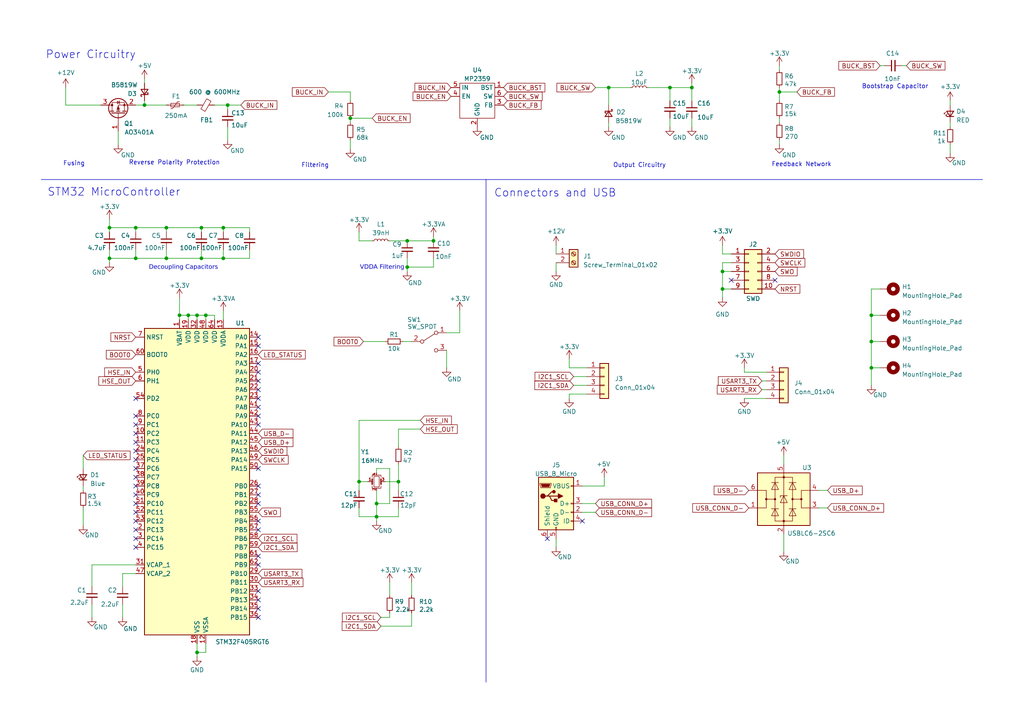
<source format=kicad_sch>
(kicad_sch (version 20230121) (generator eeschema)
  (paper "A4")
  (title_block (title "STM32F4 Test Board") (date "2023-05-25") (rev "1.0") (company "Sudharani Inti"))
  (lib_symbols
    (symbol "Connector:Screw_Terminal_01x02" (pin_names (offset 1.016) hide)
      (property "Reference" "J" (at 0 2.54 0))
      (property "Value" "Screw_Terminal_01x02" (at 0 -5.08 0))
      (symbol "Screw_Terminal_01x02_1_1"
        (pin passive line (at -5.08 0 0) (length 3.81) (name "Pin_1") (number "1"))
        (pin passive line (at -5.08 -2.54 0) (length 3.81) (name "Pin_2") (number "2"))
      )
    )
    (symbol "Connector:USB_B_Micro" (pin_names (offset 1.016))
      (property "Reference" "J" (at -5.08 11.43 0))
      (property "Value" "USB_B_Micro" (at -5.08 8.89 0))
      (symbol "USB_B_Micro_1_1"
        (pin power_out line (at 7.62 5.08 180) (length 2.54) (name "VBUS") (number "1"))
        (pin bidirectional line (at 7.62 -2.54 180) (length 2.54) (name "D-") (number "2"))
        (pin bidirectional line (at 7.62 0 180) (length 2.54) (name "D+") (number "3"))
        (pin passive line (at 7.62 -5.08 180) (length 2.54) (name "ID") (number "4"))
        (pin power_out line (at 0 -10.16 90) (length 2.54) (name "GND") (number "5"))
        (pin passive line (at -2.54 -10.16 90) (length 2.54) (name "Shield") (number "6"))
      )
    )
    (symbol "Connector_Generic:Conn_01x04" (pin_names (offset 1.016) hide)
      (property "Reference" "J" (at 0 5.08 0))
      (property "Value" "Conn_01x04" (at 0 -7.62 0))
      (symbol "Conn_01x04_1_1"
        (pin passive line (at -5.08 2.54 0) (length 3.81) (name "Pin_1") (number "1"))
        (pin passive line (at -5.08 0 0) (length 3.81) (name "Pin_2") (number "2"))
        (pin passive line (at -5.08 -2.54 0) (length 3.81) (name "Pin_3") (number "3"))
        (pin passive line (at -5.08 -5.08 0) (length 3.81) (name "Pin_4") (number "4"))
      )
    )
    (symbol "Connector_Generic:Conn_02x05_Odd_Even" (pin_names (offset 1.016) hide)
      (property "Reference" "J" (at 1.27 7.62 0))
      (property "Value" "Conn_02x05_Odd_Even" (at 1.27 -7.62 0))
      (symbol "Conn_02x05_Odd_Even_1_1"
        (pin passive line (at -5.08 5.08 0) (length 3.81) (name "Pin_1") (number "1"))
        (pin passive line (at 7.62 -5.08 180) (length 3.81) (name "Pin_10") (number "10"))
        (pin passive line (at 7.62 5.08 180) (length 3.81) (name "Pin_2") (number "2"))
        (pin passive line (at -5.08 2.54 0) (length 3.81) (name "Pin_3") (number "3"))
        (pin passive line (at 7.62 2.54 180) (length 3.81) (name "Pin_4") (number "4"))
        (pin passive line (at -5.08 0 0) (length 3.81) (name "Pin_5") (number "5"))
        (pin passive line (at 7.62 0 180) (length 3.81) (name "Pin_6") (number "6"))
        (pin passive line (at -5.08 -2.54 0) (length 3.81) (name "Pin_7") (number "7"))
        (pin passive line (at 7.62 -2.54 180) (length 3.81) (name "Pin_8") (number "8"))
        (pin passive line (at -5.08 -5.08 0) (length 3.81) (name "Pin_9") (number "9"))
      )
    )
    (symbol "Device:C_Small" (pin_numbers hide) (pin_names (offset 0.254) hide)
      (property "Reference" "C" (at 0.254 1.778 0))
      (property "Value" "C_Small" (at 0.254 -2.032 0))
      (symbol "C_Small_1_1"
        (pin passive line (at 0 2.54 270) (length 2.032) (name "~") (number "1"))
        (pin passive line (at 0 -2.54 90) (length 2.032) (name "~") (number "2"))
      )
    )
    (symbol "Device:Crystal_GND24_Small" (pin_names (offset 1.016) hide)
      (property "Reference" "Y" (at 1.27 4.445 0))
      (property "Value" "Crystal_GND24_Small" (at 1.27 2.54 0))
      (symbol "Crystal_GND24_Small_1_1"
        (pin passive line (at -2.54 0 0) (length 1.27) (name "1") (number "1"))
        (pin passive line (at 0 -2.54 90) (length 0.635) (name "2") (number "2"))
        (pin passive line (at 2.54 0 180) (length 1.27) (name "3") (number "3"))
        (pin passive line (at 0 2.54 270) (length 0.635) (name "4") (number "4"))
      )
    )
    (symbol "Device:D_Schottky_Small" (pin_numbers hide) (pin_names (offset 0.254) hide)
      (property "Reference" "D" (at -1.27 2.032 0))
      (property "Value" "D_Schottky_Small" (at -7.112 -2.032 0))
      (symbol "D_Schottky_Small_1_1"
        (pin passive line (at -2.54 0 0) (length 1.778) (name "K") (number "1"))
        (pin passive line (at 2.54 0 180) (length 1.778) (name "A") (number "2"))
      )
    )
    (symbol "Device:FerriteBead_Small" (pin_numbers hide) (pin_names (offset 0))
      (property "Reference" "FB" (at 1.905 1.27 0))
      (property "Value" "FerriteBead_Small" (at 1.905 -1.27 0))
      (symbol "FerriteBead_Small_1_1"
        (pin passive line (at 0 2.54 270) (length 1.27) (name "~") (number "1"))
        (pin passive line (at 0 -2.54 90) (length 1.27) (name "~") (number "2"))
      )
    )
    (symbol "Device:LED_Small" (pin_numbers hide) (pin_names (offset 0.254) hide)
      (property "Reference" "D" (at -1.27 3.175 0))
      (property "Value" "LED_Small" (at -4.445 -2.54 0))
      (symbol "LED_Small_1_1"
        (pin passive line (at -2.54 0 0) (length 1.778) (name "K") (number "1"))
        (pin passive line (at 2.54 0 180) (length 1.778) (name "A") (number "2"))
      )
    )
    (symbol "Device:L_Small" (pin_numbers hide) (pin_names (offset 0.254) hide)
      (property "Reference" "L" (at 0.762 1.016 0))
      (property "Value" "L_Small" (at 0.762 -1.016 0))
      (symbol "L_Small_1_1"
        (pin passive line (at 0 2.54 270) (length 0.508) (name "~") (number "1"))
        (pin passive line (at 0 -2.54 90) (length 0.508) (name "~") (number "2"))
      )
    )
    (symbol "Device:Polyfuse_Small" (pin_numbers hide) (pin_names (offset 0))
      (property "Reference" "F" (at -1.905 0 90))
      (property "Value" "Polyfuse_Small" (at 1.905 0 90))
      (symbol "Polyfuse_Small_1_1"
        (pin passive line (at 0 2.54 270) (length 0.635) (name "~") (number "1"))
        (pin passive line (at 0 -2.54 90) (length 0.635) (name "~") (number "2"))
      )
    )
    (symbol "Device:R_Small" (pin_numbers hide) (pin_names (offset 0.254) hide)
      (property "Reference" "R" (at 0.762 0.508 0))
      (property "Value" "R_Small" (at 0.762 -1.016 0))
      (symbol "R_Small_1_1"
        (pin passive line (at 0 2.54 270) (length 0.762) (name "~") (number "1"))
        (pin passive line (at 0 -2.54 90) (length 0.762) (name "~") (number "2"))
      )
    )
    (symbol "MCU_ST_STM32F4:STM32F405RGTx"
      (property "Reference" "U" (at -15.24 46.99 0))
      (property "Value" "STM32F405RGTx" (at 10.16 46.99 0))
      (symbol "STM32F405RGTx_1_1"
        (pin power_in line (at -5.08 48.26 270) (length 2.54) (name "VBAT") (number "1"))
        (pin bidirectional line (at -17.78 15.24 0) (length 2.54) (name "PC2") (number "10"))
        (pin bidirectional line (at -17.78 12.7 0) (length 2.54) (name "PC3") (number "11"))
        (pin power_in line (at 2.54 -45.72 90) (length 2.54) (name "VSSA") (number "12"))
        (pin power_in line (at 7.62 48.26 270) (length 2.54) (name "VDDA") (number "13"))
        (pin bidirectional line (at 17.78 43.18 180) (length 2.54) (name "PA0") (number "14"))
        (pin bidirectional line (at 17.78 40.64 180) (length 2.54) (name "PA1") (number "15"))
        (pin bidirectional line (at 17.78 38.1 180) (length 2.54) (name "PA2") (number "16"))
        (pin bidirectional line (at 17.78 35.56 180) (length 2.54) (name "PA3") (number "17"))
        (pin power_in line (at 0 -45.72 90) (length 2.54) (name "VSS") (number "18"))
        (pin power_in line (at -2.54 48.26 270) (length 2.54) (name "VDD") (number "19"))
        (pin bidirectional line (at -17.78 -12.7 0) (length 2.54) (name "PC13") (number "2"))
        (pin bidirectional line (at 17.78 33.02 180) (length 2.54) (name "PA4") (number "20"))
        (pin bidirectional line (at 17.78 30.48 180) (length 2.54) (name "PA5") (number "21"))
        (pin bidirectional line (at 17.78 27.94 180) (length 2.54) (name "PA6") (number "22"))
        (pin bidirectional line (at 17.78 25.4 180) (length 2.54) (name "PA7") (number "23"))
        (pin bidirectional line (at -17.78 10.16 0) (length 2.54) (name "PC4") (number "24"))
        (pin bidirectional line (at -17.78 7.62 0) (length 2.54) (name "PC5") (number "25"))
        (pin bidirectional line (at 17.78 0 180) (length 2.54) (name "PB0") (number "26"))
        (pin bidirectional line (at 17.78 -2.54 180) (length 2.54) (name "PB1") (number "27"))
        (pin bidirectional line (at 17.78 -5.08 180) (length 2.54) (name "PB2") (number "28"))
        (pin bidirectional line (at 17.78 -25.4 180) (length 2.54) (name "PB10") (number "29"))
        (pin bidirectional line (at -17.78 -15.24 0) (length 2.54) (name "PC14") (number "3"))
        (pin bidirectional line (at 17.78 -27.94 180) (length 2.54) (name "PB11") (number "30"))
        (pin power_out line (at -17.78 -22.86 0) (length 2.54) (name "VCAP_1") (number "31"))
        (pin power_in line (at 0 48.26 270) (length 2.54) (name "VDD") (number "32"))
        (pin bidirectional line (at 17.78 -30.48 180) (length 2.54) (name "PB12") (number "33"))
        (pin bidirectional line (at 17.78 -33.02 180) (length 2.54) (name "PB13") (number "34"))
        (pin bidirectional line (at 17.78 -35.56 180) (length 2.54) (name "PB14") (number "35"))
        (pin bidirectional line (at 17.78 -38.1 180) (length 2.54) (name "PB15") (number "36"))
        (pin bidirectional line (at -17.78 5.08 0) (length 2.54) (name "PC6") (number "37"))
        (pin bidirectional line (at -17.78 2.54 0) (length 2.54) (name "PC7") (number "38"))
        (pin bidirectional line (at -17.78 0 0) (length 2.54) (name "PC8") (number "39"))
        (pin bidirectional line (at -17.78 -17.78 0) (length 2.54) (name "PC15") (number "4"))
        (pin bidirectional line (at -17.78 -2.54 0) (length 2.54) (name "PC9") (number "40"))
        (pin bidirectional line (at 17.78 22.86 180) (length 2.54) (name "PA8") (number "41"))
        (pin bidirectional line (at 17.78 20.32 180) (length 2.54) (name "PA9") (number "42"))
        (pin bidirectional line (at 17.78 17.78 180) (length 2.54) (name "PA10") (number "43"))
        (pin bidirectional line (at 17.78 15.24 180) (length 2.54) (name "PA11") (number "44"))
        (pin bidirectional line (at 17.78 12.7 180) (length 2.54) (name "PA12") (number "45"))
        (pin bidirectional line (at 17.78 10.16 180) (length 2.54) (name "PA13") (number "46"))
        (pin power_out line (at -17.78 -25.4 0) (length 2.54) (name "VCAP_2") (number "47"))
        (pin power_in line (at 2.54 48.26 270) (length 2.54) (name "VDD") (number "48"))
        (pin bidirectional line (at 17.78 7.62 180) (length 2.54) (name "PA14") (number "49"))
        (pin bidirectional line (at -17.78 33.02 0) (length 2.54) (name "PH0") (number "5"))
        (pin bidirectional line (at 17.78 5.08 180) (length 2.54) (name "PA15") (number "50"))
        (pin bidirectional line (at -17.78 -5.08 0) (length 2.54) (name "PC10") (number "51"))
        (pin bidirectional line (at -17.78 -7.62 0) (length 2.54) (name "PC11") (number "52"))
        (pin bidirectional line (at -17.78 -10.16 0) (length 2.54) (name "PC12") (number "53"))
        (pin bidirectional line (at -17.78 25.4 0) (length 2.54) (name "PD2") (number "54"))
        (pin bidirectional line (at 17.78 -7.62 180) (length 2.54) (name "PB3") (number "55"))
        (pin bidirectional line (at 17.78 -10.16 180) (length 2.54) (name "PB4") (number "56"))
        (pin bidirectional line (at 17.78 -12.7 180) (length 2.54) (name "PB5") (number "57"))
        (pin bidirectional line (at 17.78 -15.24 180) (length 2.54) (name "PB6") (number "58"))
        (pin bidirectional line (at 17.78 -17.78 180) (length 2.54) (name "PB7") (number "59"))
        (pin bidirectional line (at -17.78 30.48 0) (length 2.54) (name "PH1") (number "6"))
        (pin input line (at -17.78 38.1 0) (length 2.54) (name "BOOT0") (number "60"))
        (pin bidirectional line (at 17.78 -20.32 180) (length 2.54) (name "PB8") (number "61"))
        (pin bidirectional line (at 17.78 -22.86 180) (length 2.54) (name "PB9") (number "62"))
        (pin passive line (at 0 -45.72 90) (length 2.54) hide (name "VSS") (number "63"))
        (pin power_in line (at 5.08 48.26 270) (length 2.54) (name "VDD") (number "64"))
        (pin input line (at -17.78 43.18 0) (length 2.54) (name "NRST") (number "7"))
        (pin bidirectional line (at -17.78 20.32 0) (length 2.54) (name "PC0") (number "8"))
        (pin bidirectional line (at -17.78 17.78 0) (length 2.54) (name "PC1") (number "9"))
      )
    )
    (symbol "MP2359_1"
      (property "Reference" "U2" (at -0.127 8.382 0))
      (property "Value" "MP2359" (at -0.127 5.842 0))
      (symbol "MP2359_1_1_1"
        (pin input line (at 7.62 2.54 180) (length 2.54) (name "BST") (number "1"))
        (pin input line (at 0 -8.89 90) (length 2.54) (name "GND") (number "2"))
        (pin input line (at 7.62 -2.54 180) (length 2.54) (name "FB") (number "3"))
        (pin input line (at -7.62 0 0) (length 2.54) (name "EN") (number "4"))
        (pin input line (at -7.62 2.54 0) (length 2.54) (name "IN") (number "5"))
        (pin input line (at 7.62 0 180) (length 2.54) (name "SW") (number "6"))
      )
    )
    (symbol "Mechanical:MountingHole_Pad" (pin_numbers hide) (pin_names (offset 1.016) hide)
      (property "Reference" "H" (at 0 6.35 0))
      (property "Value" "MountingHole_Pad" (at 0 4.445 0))
      (symbol "MountingHole_Pad_1_1"
        (pin input line (at 0 -2.54 90) (length 2.54) (name "1") (number "1"))
      )
    )
    (symbol "Power_Protection:USBLC6-2SC6" (pin_names hide)
      (property "Reference" "U" (at 2.54 8.89 0))
      (property "Value" "USBLC6-2SC6" (at 2.54 -8.89 0))
      (symbol "USBLC6-2SC6_1_1"
        (pin passive line (at -10.16 -2.54 0) (length 2.54) (name "I/O1") (number "1"))
        (pin passive line (at 0 -10.16 90) (length 2.54) (name "GND") (number "2"))
        (pin passive line (at 10.16 -2.54 180) (length 2.54) (name "I/O2") (number "3"))
        (pin passive line (at 10.16 2.54 180) (length 2.54) (name "I/O2") (number "4"))
        (pin passive line (at 0 10.16 270) (length 2.54) (name "VBUS") (number "5"))
        (pin passive line (at -10.16 2.54 0) (length 2.54) (name "I/O1") (number "6"))
      )
    )
    (symbol "Switch:SW_SPDT" (pin_names (offset 0) hide)
      (property "Reference" "SW" (at 0 4.318 0))
      (property "Value" "SW_SPDT" (at 0 -5.08 0))
      (symbol "SW_SPDT_1_1"
        (pin passive line (at 5.08 2.54 180) (length 2.54) (name "A") (number "1"))
        (pin passive line (at -5.08 0 0) (length 2.54) (name "B") (number "2"))
        (pin passive line (at 5.08 -2.54 180) (length 2.54) (name "C") (number "3"))
      )
    )
    (symbol "Transistor_FET:AO3401A" (pin_names hide)
      (property "Reference" "Q" (at 5.08 1.905 0))
      (property "Value" "AO3401A" (at 5.08 0 0))
      (symbol "AO3401A_1_1"
        (pin input line (at -5.08 0 0) (length 2.54) (name "G") (number "1"))
        (pin passive line (at 2.54 -5.08 90) (length 2.54) (name "S") (number "2"))
        (pin passive line (at 2.54 5.08 270) (length 2.54) (name "D") (number "3"))
      )
    )
    (symbol "power:+12V" (power) (pin_names (offset 0))
      (property "Value" "+12V" (at 0 3.556 0))
      (symbol "+12V_1_1"
        (pin power_in line (at 0 0 90) (length 0) hide (name "+12V") (number "1"))
      )
    )
    (symbol "power:+3.3V" (power) (pin_names (offset 0))
      (property "Value" "+3.3V" (at 0 3.556 0))
      (symbol "+3.3V_1_1"
        (pin power_in line (at 0 0 90) (length 0) hide (name "+3.3V") (number "1"))
      )
    )
    (symbol "power:+3.3VA" (power) (pin_names (offset 0))
      (property "Value" "+3.3VA" (at 0 3.556 0))
      (symbol "+3.3VA_1_1"
        (pin power_in line (at 0 0 90) (length 0) hide (name "+3.3VA") (number "1"))
      )
    )
    (symbol "power:+5V" (power) (pin_names (offset 0))
      (property "Value" "+5V" (at 0 3.556 0))
      (symbol "+5V_1_1"
        (pin power_in line (at 0 0 90) (length 0) hide (name "+5V") (number "1"))
      )
    )
    (symbol "power:GND" (power) (pin_names (offset 0))
      (property "Value" "GND" (at 0 -3.81 0))
      (symbol "GND_1_1"
        (pin power_in line (at 0 0 270) (length 0) hide (name "GND") (number "1"))
      )
    )
  )
  (junction (at 39.37 66.04))
  (junction (at 209.55 78.74))
  (junction (at 115.57 139.7))
  (junction (at 57.15 91.44))
  (junction (at 118.11 77.47))
  (junction (at 209.55 83.82))
  (junction (at 58.42 74.93))
  (junction (at 52.07 91.44))
  (junction (at 109.22 146.05))
  (junction (at 58.42 66.04))
  (junction (at 59.69 91.44))
  (junction (at 226.06 26.67))
  (junction (at 48.26 74.93))
  (junction (at 194.31 25.4))
  (junction (at 101.6 34.29))
  (junction (at 57.15 189.23))
  (junction (at 66.04 30.48))
  (junction (at 48.26 66.04))
  (junction (at 125.73 69.85))
  (junction (at 54.61 91.44))
  (junction (at 176.53 25.4))
  (junction (at 118.11 69.85))
  (junction (at 64.77 66.04))
  (junction (at 200.66 25.4))
  (junction (at 39.37 74.93))
  (junction (at 31.75 66.04))
  (junction (at 104.14 139.7))
  (junction (at 109.22 149.86))
  (junction (at 64.77 74.93))
  (junction (at 41.91 30.48))
  (junction (at 252.73 91.44))
  (junction (at 252.73 106.68))
  (junction (at 31.75 74.93))
  (junction (at 252.73 99.06))
  (no_connect (at 74.93 110.49))
  (no_connect (at 74.93 118.11))
  (no_connect (at 74.93 151.13))
  (no_connect (at 74.93 140.97))
  (no_connect (at 39.37 153.67))
  (no_connect (at 224.79 81.28))
  (no_connect (at 39.37 133.35))
  (no_connect (at 74.93 97.79))
  (no_connect (at 74.93 113.03))
  (no_connect (at 74.93 146.05))
  (no_connect (at 39.37 135.89))
  (no_connect (at 74.93 115.57))
  (no_connect (at 74.93 105.41))
  (no_connect (at 74.93 135.89))
  (no_connect (at 74.93 120.65))
  (no_connect (at 39.37 156.21))
  (no_connect (at 74.93 100.33))
  (no_connect (at 74.93 153.67))
  (no_connect (at 39.37 143.51))
  (no_connect (at 158.75 156.21))
  (no_connect (at 39.37 146.05))
  (no_connect (at 39.37 140.97))
  (no_connect (at 74.93 161.29))
  (no_connect (at 39.37 115.57))
  (no_connect (at 39.37 130.81))
  (no_connect (at 74.93 176.53))
  (no_connect (at 74.93 143.51))
  (no_connect (at 39.37 158.75))
  (no_connect (at 74.93 171.45))
  (no_connect (at 39.37 123.19))
  (no_connect (at 39.37 138.43))
  (no_connect (at 74.93 179.07))
  (no_connect (at 212.09 81.28))
  (no_connect (at 39.37 128.27))
  (no_connect (at 74.93 173.99))
  (no_connect (at 74.93 163.83))
  (no_connect (at 39.37 125.73))
  (no_connect (at 39.37 120.65))
  (no_connect (at 39.37 148.59))
  (no_connect (at 168.91 151.13))
  (no_connect (at 39.37 151.13))
  (no_connect (at 74.93 107.95))
  (no_connect (at 74.93 123.19))
  (wire (pts (xy 39.37 72.39) (xy 39.37 74.93)))
  (wire (pts (xy 255.27 91.44) (xy 252.73 91.44)))
  (wire (pts (xy 64.77 67.31) (xy 64.77 66.04)))
  (wire (pts (xy 101.6 34.29) (xy 107.95 34.29)))
  (wire (pts (xy 64.77 90.17) (xy 64.77 92.71)))
  (wire (pts (xy 115.57 147.32) (xy 115.57 149.86)))
  (wire (pts (xy 175.26 140.97) (xy 168.91 140.97)))
  (wire (pts (xy 220.98 110.49) (xy 222.25 110.49)))
  (wire (pts (xy 118.11 77.47) (xy 125.73 77.47)))
  (wire (pts (xy 105.41 99.06) (xy 111.76 99.06)))
  (wire (pts (xy 58.42 72.39) (xy 58.42 74.93)))
  (wire (pts (xy 39.37 30.48) (xy 41.91 30.48)))
  (wire (pts (xy 118.11 78.74) (xy 118.11 77.47)))
  (wire (pts (xy 104.14 149.86) (xy 109.22 149.86)))
  (wire (pts (xy 62.23 91.44) (xy 59.69 91.44)))
  (wire (pts (xy 200.66 25.4) (xy 200.66 29.21)))
  (wire (pts (xy 215.9 107.95) (xy 222.25 107.95)))
  (wire (pts (xy 209.55 78.74) (xy 209.55 83.82)))
  (wire (pts (xy 48.26 66.04) (xy 48.26 67.31)))
  (wire (pts (xy 176.53 25.4) (xy 176.53 30.48)))
  (wire (pts (xy 48.26 66.04) (xy 58.42 66.04)))
  (wire (pts (xy 39.37 74.93) (xy 31.75 74.93)))
  (wire (pts (xy 237.49 147.32) (xy 240.03 147.32)))
  (wire (pts (xy 166.37 111.76) (xy 170.18 111.76)))
  (wire (pts (xy 262.89 19.05) (xy 261.62 19.05)))
  (wire (pts (xy 24.13 135.89) (xy 24.13 132.08)))
  (wire (pts (xy 26.67 179.07) (xy 26.67 175.26)))
  (wire (pts (xy 209.55 71.12) (xy 209.55 73.66)))
  (wire (pts (xy 226.06 25.4) (xy 226.06 26.67)))
  (wire (pts (xy 252.73 83.82) (xy 252.73 91.44)))
  (wire (pts (xy 104.14 67.31) (xy 104.14 69.85)))
  (wire (pts (xy 187.96 25.4) (xy 194.31 25.4)))
  (wire (pts (xy 226.06 26.67) (xy 226.06 29.21)))
  (wire (pts (xy 275.59 35.56) (xy 275.59 36.83)))
  (wire (pts (xy 176.53 35.56) (xy 176.53 36.83)))
  (wire (pts (xy 52.07 91.44) (xy 52.07 92.71)))
  (wire (pts (xy 111.76 139.7) (xy 115.57 139.7)))
  (wire (pts (xy 252.73 99.06) (xy 252.73 106.68)))
  (wire (pts (xy 113.03 69.85) (xy 118.11 69.85)))
  (wire (pts (xy 39.37 66.04) (xy 39.37 67.31)))
  (wire (pts (xy 31.75 66.04) (xy 31.75 67.31)))
  (wire (pts (xy 52.07 86.36) (xy 52.07 91.44)))
  (wire (pts (xy 41.91 30.48) (xy 41.91 29.21)))
  (wire (pts (xy 252.73 91.44) (xy 252.73 99.06)))
  (wire (pts (xy 129.54 96.52) (xy 133.35 96.52)))
  (wire (pts (xy 72.39 74.93) (xy 64.77 74.93)))
  (wire (pts (xy 161.29 156.21) (xy 161.29 158.75)))
  (wire (pts (xy 34.29 41.91) (xy 34.29 38.1)))
  (wire (pts (xy 64.77 74.93) (xy 58.42 74.93)))
  (wire (pts (xy 101.6 26.67) (xy 101.6 29.21)))
  (wire (pts (xy 165.1 114.3) (xy 170.18 114.3)))
  (wire (pts (xy 101.6 43.18) (xy 101.6 40.64)))
  (wire (pts (xy 175.26 138.43) (xy 175.26 140.97)))
  (wire (pts (xy 176.53 25.4) (xy 182.88 25.4)))
  (wire (pts (xy 41.91 22.86) (xy 41.91 24.13)))
  (wire (pts (xy 168.91 146.05) (xy 172.72 146.05)))
  (wire (pts (xy 113.03 146.05) (xy 109.22 146.05)))
  (wire (pts (xy 209.55 78.74) (xy 212.09 78.74)))
  (wire (pts (xy 31.75 63.5) (xy 31.75 66.04)))
  (wire (pts (xy 200.66 24.13) (xy 200.66 25.4)))
  (wire (pts (xy 64.77 66.04) (xy 58.42 66.04)))
  (wire (pts (xy 255.27 99.06) (xy 252.73 99.06)))
  (wire (pts (xy 237.49 142.24) (xy 240.03 142.24)))
  (wire (pts (xy 109.22 135.89) (xy 113.03 135.89)))
  (wire (pts (xy 118.11 74.93) (xy 118.11 77.47)))
  (wire (pts (xy 252.73 106.68) (xy 255.27 106.68)))
  (wire (pts (xy 166.37 109.22) (xy 170.18 109.22)))
  (wire (pts (xy 194.31 34.29) (xy 194.31 36.83)))
  (wire (pts (xy 64.77 72.39) (xy 64.77 74.93)))
  (wire (pts (xy 54.61 92.71) (xy 54.61 91.44)))
  (wire (pts (xy 57.15 189.23) (xy 57.15 186.69)))
  (wire (pts (xy 72.39 67.31) (xy 72.39 66.04)))
  (wire (pts (xy 53.34 30.48) (xy 57.15 30.48)))
  (wire (pts (xy 226.06 19.05) (xy 226.06 20.32)))
  (wire (pts (xy 118.11 69.85) (xy 125.73 69.85)))
  (wire (pts (xy 109.22 142.24) (xy 109.22 146.05)))
  (wire (pts (xy 227.33 154.94) (xy 227.33 160.02)))
  (wire (pts (xy 64.77 66.04) (xy 72.39 66.04)))
  (wire (pts (xy 110.49 181.61) (xy 119.38 181.61)))
  (wire (pts (xy 95.25 26.67) (xy 101.6 26.67)))
  (wire (pts (xy 161.29 71.12) (xy 161.29 73.66)))
  (wire (pts (xy 19.05 25.4) (xy 19.05 30.48)))
  (wire (pts (xy 113.03 179.07) (xy 113.03 177.8)))
  (wire (pts (xy 170.18 106.68) (xy 165.1 106.68)))
  (wire (pts (xy 48.26 74.93) (xy 58.42 74.93)))
  (wire (pts (xy 275.59 30.48) (xy 275.59 29.21)))
  (wire (pts (xy 35.56 166.37) (xy 35.56 170.18)))
  (wire (pts (xy 26.67 163.83) (xy 26.67 170.18)))
  (wire (pts (xy 194.31 25.4) (xy 200.66 25.4)))
  (wire (pts (xy 110.49 179.07) (xy 113.03 179.07)))
  (wire (pts (xy 66.04 40.64) (xy 66.04 36.83)))
  (wire (pts (xy 54.61 91.44) (xy 52.07 91.44)))
  (wire (pts (xy 24.13 142.24) (xy 24.13 140.97)))
  (wire (pts (xy 209.55 76.2) (xy 212.09 76.2)))
  (polyline (pts (xy 11.938 52.07) (xy 140.97 52.07)))
  (wire (pts (xy 35.56 166.37) (xy 39.37 166.37)))
  (wire (pts (xy 161.29 78.74) (xy 161.29 76.2)))
  (wire (pts (xy 133.35 96.52) (xy 133.35 90.17)))
  (wire (pts (xy 39.37 66.04) (xy 48.26 66.04)))
  (wire (pts (xy 104.14 121.92) (xy 104.14 139.7)))
  (wire (pts (xy 255.27 19.05) (xy 256.54 19.05)))
  (wire (pts (xy 41.91 30.48) (xy 48.26 30.48)))
  (wire (pts (xy 222.25 113.03) (xy 220.98 113.03)))
  (wire (pts (xy 116.84 99.06) (xy 119.38 99.06)))
  (wire (pts (xy 115.57 134.62) (xy 115.57 139.7)))
  (wire (pts (xy 168.91 148.59) (xy 172.72 148.59)))
  (wire (pts (xy 121.92 124.46) (xy 115.57 124.46)))
  (wire (pts (xy 129.54 101.6) (xy 129.54 106.68)))
  (wire (pts (xy 104.14 69.85) (xy 107.95 69.85)))
  (wire (pts (xy 72.39 72.39) (xy 72.39 74.93)))
  (wire (pts (xy 121.92 121.92) (xy 104.14 121.92)))
  (wire (pts (xy 101.6 34.29) (xy 101.6 35.56)))
  (wire (pts (xy 31.75 76.2) (xy 31.75 74.93)))
  (wire (pts (xy 275.59 41.91) (xy 275.59 44.45)))
  (wire (pts (xy 31.75 66.04) (xy 39.37 66.04)))
  (wire (pts (xy 172.72 25.4) (xy 176.53 25.4)))
  (wire (pts (xy 200.66 34.29) (xy 200.66 36.83)))
  (wire (pts (xy 115.57 149.86) (xy 109.22 149.86)))
  (wire (pts (xy 26.67 163.83) (xy 39.37 163.83)))
  (wire (pts (xy 59.69 189.23) (xy 57.15 189.23)))
  (wire (pts (xy 104.14 142.24) (xy 104.14 139.7)))
  (wire (pts (xy 209.55 83.82) (xy 209.55 86.36)))
  (wire (pts (xy 31.75 72.39) (xy 31.75 74.93)))
  (wire (pts (xy 227.33 132.08) (xy 227.33 134.62)))
  (wire (pts (xy 109.22 151.13) (xy 109.22 149.86)))
  (wire (pts (xy 113.03 135.89) (xy 113.03 146.05)))
  (wire (pts (xy 57.15 190.5) (xy 57.15 189.23)))
  (wire (pts (xy 231.14 26.67) (xy 226.06 26.67)))
  (wire (pts (xy 194.31 25.4) (xy 194.31 29.21)))
  (wire (pts (xy 59.69 186.69) (xy 59.69 189.23)))
  (wire (pts (xy 104.14 139.7) (xy 106.68 139.7)))
  (wire (pts (xy 119.38 181.61) (xy 119.38 177.8)))
  (wire (pts (xy 39.37 74.93) (xy 48.26 74.93)))
  (wire (pts (xy 115.57 139.7) (xy 115.57 142.24)))
  (wire (pts (xy 69.85 30.48) (xy 66.04 30.48)))
  (wire (pts (xy 57.15 91.44) (xy 54.61 91.44)))
  (wire (pts (xy 209.55 73.66) (xy 212.09 73.66)))
  (wire (pts (xy 215.9 107.95) (xy 215.9 106.68)))
  (wire (pts (xy 226.06 41.91) (xy 226.06 40.64)))
  (wire (pts (xy 104.14 147.32) (xy 104.14 149.86)))
  (wire (pts (xy 125.73 74.93) (xy 125.73 77.47)))
  (wire (pts (xy 62.23 92.71) (xy 62.23 91.44)))
  (wire (pts (xy 252.73 111.76) (xy 252.73 106.68)))
  (wire (pts (xy 165.1 115.57) (xy 165.1 114.3)))
  (wire (pts (xy 113.03 168.91) (xy 113.03 172.72)))
  (wire (pts (xy 125.73 68.58) (xy 125.73 69.85)))
  (wire (pts (xy 66.04 30.48) (xy 62.23 30.48)))
  (wire (pts (xy 165.1 106.68) (xy 165.1 104.14)))
  (wire (pts (xy 24.13 152.4) (xy 24.13 147.32)))
  (wire (pts (xy 19.05 30.48) (xy 29.21 30.48)))
  (wire (pts (xy 57.15 92.71) (xy 57.15 91.44)))
  (wire (pts (xy 115.57 124.46) (xy 115.57 129.54)))
  (wire (pts (xy 59.69 91.44) (xy 57.15 91.44)))
  (wire (pts (xy 209.55 76.2) (xy 209.55 78.74)))
  (polyline (pts (xy 140.97 52.07) (xy 140.97 197.866)))
  (wire (pts (xy 222.25 115.57) (xy 215.9 115.57)))
  (wire (pts (xy 48.26 72.39) (xy 48.26 74.93)))
  (wire (pts (xy 58.42 66.04) (xy 58.42 67.31)))
  (wire (pts (xy 35.56 179.07) (xy 35.56 175.26)))
  (wire (pts (xy 226.06 34.29) (xy 226.06 35.56)))
  (wire (pts (xy 109.22 146.05) (xy 109.22 149.86)))
  (wire (pts (xy 109.22 137.16) (xy 109.22 135.89)))
  (wire (pts (xy 66.04 31.75) (xy 66.04 30.48)))
  (wire (pts (xy 119.38 168.91) (xy 119.38 172.72)))
  (wire (pts (xy 209.55 83.82) (xy 212.09 83.82)))
  (wire (pts (xy 255.27 83.82) (xy 252.73 83.82)))
  (polyline (pts (xy 140.97 52.07) (xy 284.988 52.07)))
  (wire (pts (xy 59.69 92.71) (xy 59.69 91.44)))
  (text "Decoupling Capacitors" (at 43.18 78.74 0) (effects (font (size 1.27 1.27)) (justify left bottom)))
  (text "Filtering\n" (at 87.376 48.768 0) (effects (font (size 1.27 1.27)) (justify left bottom)))
  (text "Fusing" (at 18.288 48.26 0) (effects (font (size 1.27 1.27)) (justify left bottom)))
  (text "Output Circuitry" (at 177.8 48.768 0) (effects (font (size 1.27 1.27)) (justify left bottom)))
  (text "Power Circuitry\n" (at 13.208 17.272 0) (effects (font (size 2.27 2.27)) (justify left bottom)))
  (text "VDDA Filtering\n" (at 104.394 78.74 0) (effects (font (size 1.27 1.27)) (justify left bottom)))
  (text "Feedback Network\n" (at 223.774 48.514 0) (effects (font (size 1.27 1.27)) (justify left bottom)))
  (text "Connectors and USB\n" (at 143.256 57.404 0) (effects (font (size 2.27 2.27)) (justify left bottom)))
  (text "STM32 MicroController" (at 13.716 57.15 0) (effects (font (size 2.27 2.27)) (justify left bottom)))
  (text "Reverse Polarity Protection" (at 37.338 48.006 0) (effects (font (size 1.27 1.27)) (justify left bottom)))
  (text "Bootstrap Capacitor" (at 249.936 25.908 0) (effects (font (size 1.27 1.27)) (justify left bottom)))
  (global_label "HSE_OUT" (shape input) (at 121.92 124.46 0) (property "Intersheetrefs" "${INTERSHEET_REFS}" (effects hide)))
  (global_label "BUCK_IN" (shape input) (at 130.81 25.4 180) (property "Intersheetrefs" "${INTERSHEET_REFS}" (effects hide)))
  (global_label "BUCK_SW" (shape input) (at 146.05 27.94 0) (property "Intersheetrefs" "${INTERSHEET_REFS}" (effects hide)))
  (global_label "BUCK_BST" (shape input) (at 146.05 25.4 0) (property "Intersheetrefs" "${INTERSHEET_REFS}" (effects hide)))
  (global_label "NRST" (shape input) (at 39.37 97.79 180) (property "Intersheetrefs" "${INTERSHEET_REFS}" (effects hide)))
  (global_label "BUCK_EN" (shape input) (at 130.81 27.94 180) (property "Intersheetrefs" "${INTERSHEET_REFS}" (effects hide)))
  (global_label "BUCK_EN" (shape input) (at 107.95 34.29 0) (property "Intersheetrefs" "${INTERSHEET_REFS}" (effects hide)))
  (global_label "BUCK_SW" (shape input) (at 172.72 25.4 180) (property "Intersheetrefs" "${INTERSHEET_REFS}" (effects hide)))
  (global_label "BUCK_SW" (shape input) (at 262.89 19.05 0) (property "Intersheetrefs" "${INTERSHEET_REFS}" (effects hide)))
  (global_label "HSE_IN" (shape input) (at 121.92 121.92 0) (property "Intersheetrefs" "${INTERSHEET_REFS}" (effects hide)))
  (global_label "USB_CONN_D-" (shape input) (at 172.72 148.59 0) (property "Intersheetrefs" "${INTERSHEET_REFS}" (effects hide)))
  (global_label "BUCK_FB" (shape input) (at 146.05 30.48 0) (property "Intersheetrefs" "${INTERSHEET_REFS}" (effects hide)))
  (global_label "USB_CONN_D+" (shape input) (at 240.03 147.32 0) (property "Intersheetrefs" "${INTERSHEET_REFS}" (effects hide)))
  (global_label "BUCK_BST" (shape input) (at 255.27 19.05 180) (property "Intersheetrefs" "${INTERSHEET_REFS}" (effects hide)))
  (global_label "USB_D+" (shape input) (at 74.93 128.27 0) (property "Intersheetrefs" "${INTERSHEET_REFS}" (effects hide)))
  (global_label "USART3_TX" (shape input) (at 220.98 110.49 180) (property "Intersheetrefs" "${INTERSHEET_REFS}" (effects hide)))
  (global_label "LED_STATUS" (shape input) (at 74.93 102.87 0) (property "Intersheetrefs" "${INTERSHEET_REFS}" (effects hide)))
  (global_label "HSE_IN" (shape input) (at 39.37 107.95 180) (property "Intersheetrefs" "${INTERSHEET_REFS}" (effects hide)))
  (global_label "SWO" (shape input) (at 74.93 148.59 0) (property "Intersheetrefs" "${INTERSHEET_REFS}" (effects hide)))
  (global_label "SWCLK" (shape input) (at 74.93 133.35 0) (property "Intersheetrefs" "${INTERSHEET_REFS}" (effects hide)))
  (global_label "NRST" (shape input) (at 224.79 83.82 0) (property "Intersheetrefs" "${INTERSHEET_REFS}" (effects hide)))
  (global_label "BUCK_FB" (shape input) (at 231.14 26.67 0) (property "Intersheetrefs" "${INTERSHEET_REFS}" (effects hide)))
  (global_label "USB_CONN_D-" (shape input) (at 217.17 147.32 180) (property "Intersheetrefs" "${INTERSHEET_REFS}" (effects hide)))
  (global_label "I2C1_SDA" (shape input) (at 110.49 181.61 180) (property "Intersheetrefs" "${INTERSHEET_REFS}" (effects hide)))
  (global_label "SWCLK" (shape input) (at 224.79 76.2 0) (property "Intersheetrefs" "${INTERSHEET_REFS}" (effects hide)))
  (global_label "USB_D-" (shape input) (at 217.17 142.24 180) (property "Intersheetrefs" "${INTERSHEET_REFS}" (effects hide)))
  (global_label "SWO" (shape input) (at 224.79 78.74 0) (property "Intersheetrefs" "${INTERSHEET_REFS}" (effects hide)))
  (global_label "USART3_TX" (shape input) (at 74.93 166.37 0) (property "Intersheetrefs" "${INTERSHEET_REFS}" (effects hide)))
  (global_label "I2C1_SCL" (shape input) (at 74.93 156.21 0) (property "Intersheetrefs" "${INTERSHEET_REFS}" (effects hide)))
  (global_label "BOOT0" (shape input) (at 105.41 99.06 180) (property "Intersheetrefs" "${INTERSHEET_REFS}" (effects hide)))
  (global_label "I2C1_SCL" (shape input) (at 110.49 179.07 180) (property "Intersheetrefs" "${INTERSHEET_REFS}" (effects hide)))
  (global_label "I2C1_SDA" (shape input) (at 74.93 158.75 0) (property "Intersheetrefs" "${INTERSHEET_REFS}" (effects hide)))
  (global_label "USB_D+" (shape input) (at 240.03 142.24 0) (property "Intersheetrefs" "${INTERSHEET_REFS}" (effects hide)))
  (global_label "USB_D-" (shape input) (at 74.93 125.73 0) (property "Intersheetrefs" "${INTERSHEET_REFS}" (effects hide)))
  (global_label "HSE_OUT" (shape input) (at 39.37 110.49 180) (property "Intersheetrefs" "${INTERSHEET_REFS}" (effects hide)))
  (global_label "SWDIO" (shape input) (at 74.93 130.81 0) (property "Intersheetrefs" "${INTERSHEET_REFS}" (effects hide)))
  (global_label "USART3_RX" (shape input) (at 74.93 168.91 0) (property "Intersheetrefs" "${INTERSHEET_REFS}" (effects hide)))
  (global_label "USB_CONN_D+" (shape input) (at 172.72 146.05 0) (property "Intersheetrefs" "${INTERSHEET_REFS}" (effects hide)))
  (global_label "USART3_RX" (shape input) (at 220.98 113.03 180) (property "Intersheetrefs" "${INTERSHEET_REFS}" (effects hide)))
  (global_label "BUCK_IN" (shape input) (at 69.85 30.48 0) (property "Intersheetrefs" "${INTERSHEET_REFS}" (effects hide)))
  (global_label "BOOT0" (shape input) (at 39.37 102.87 180) (property "Intersheetrefs" "${INTERSHEET_REFS}" (effects hide)))
  (global_label "SWDIO" (shape input) (at 224.79 73.66 0) (property "Intersheetrefs" "${INTERSHEET_REFS}" (effects hide)))
  (global_label "I2C1_SCL" (shape input) (at 166.37 109.22 180) (property "Intersheetrefs" "${INTERSHEET_REFS}" (effects hide)))
  (global_label "I2C1_SDA" (shape input) (at 166.37 111.76 180) (property "Intersheetrefs" "${INTERSHEET_REFS}" (effects hide)))
  (global_label "BUCK_IN" (shape input) (at 95.25 26.67 180) (property "Intersheetrefs" "${INTERSHEET_REFS}" (effects hide)))
  (global_label "LED_STATUS" (shape input) (at 24.13 132.08 0) (property "Intersheetrefs" "${INTERSHEET_REFS}" (effects hide)))
  (symbol (lib_id "power:GND") (at 194.31 36.83 0) (unit 1)
    (property "Reference" "#PWR021" (effects hide))
    (property "Value" "GND" (at 197.104 39.878 0))
  )
  (symbol (lib_id "power:+3.3VA") (at 125.73 68.58 0) (unit 1)
    (property "Reference" "#PWR012" (effects hide))
    (property "Value" "+3.3VA" (at 125.73 65.024 0))
  )
  (symbol (lib_id "power:GND") (at 109.22 151.13 0) (unit 1)
    (property "Reference" "#PWR013" (effects hide))
    (property "Value" "GND" (at 111.76 153.924 0))
  )
  (symbol (lib_id "power:+12V") (at 161.29 71.12 0) (unit 1)
    (property "Reference" "#PWR026" (effects hide))
    (property "Value" "+12V" (at 161.29 67.056 0))
  )
  (symbol (lib_id "Connector_Generic:Conn_01x04") (at 175.26 109.22 0) (unit 1)
    (property "Reference" "J3" (at 178.308 109.855 0) (effects (justify left)))
    (property "Value" "Conn_01x04" (at 178.308 112.395 0) (effects (justify left)))
    (property "Footprint" "Connector_Molex:Molex_PicoBlade_53048-0410_1x04_P1.25mm_Horizontal" (effects hide))
  )
  (symbol (lib_id "Device:Crystal_GND24_Small") (at 109.22 139.7 0) (unit 1)
    (property "Reference" "Y1" (at 105.918 131.064 0))
    (property "Value" "16MHz" (at 107.95 133.604 0))
    (property "Footprint" "Crystal:Crystal_SMD_3225-4Pin_3.2x2.5mm" (effects hide))
  )
  (symbol (lib_id "power:GND") (at 129.54 106.68 0) (unit 1)
    (property "Reference" "#PWR07" (effects hide))
    (property "Value" "GND" (at 131.826 109.982 0))
  )
  (symbol (lib_id "power:+5V") (at 227.33 132.08 0) (unit 1)
    (property "Reference" "#PWR038" (effects hide))
    (property "Value" "+5V" (at 227.076 128.27 0))
  )
  (symbol (lib_id "power:+3.3V") (at 165.1 104.14 0) (unit 1)
    (property "Reference" "#PWR033" (effects hide))
    (property "Value" "+3.3V" (at 165.1 100.584 0))
  )
  (symbol (lib_id "power:GND") (at 226.06 41.91 0) (unit 1)
    (property "Reference" "#PWR024" (effects hide))
    (property "Value" "GND" (at 228.854 44.958 0))
  )
  (symbol (lib_id "Device:R_Small") (at 114.3 99.06 90) (unit 1)
    (property "Reference" "R1" (at 114.3 97.028 90))
    (property "Value" "10k" (at 114.3 101.092 90))
    (property "Footprint" "Resistor_SMD:R_0402_1005Metric" (effects hide))
  )
  (symbol (lib_id "power:GND") (at 24.13 152.4 0) (unit 1)
    (property "Reference" "#PWR014" (effects hide))
    (property "Value" "GND" (at 26.67 155.194 0))
  )
  (symbol (lib_id "Mechanical:MountingHole_Pad") (at 257.81 106.68 270) (unit 1)
    (property "Reference" "H4" (at 261.62 106.045 90) (effects (justify left)))
    (property "Value" "MountingHole_Pad" (at 261.62 108.585 90) (effects (justify left)))
    (property "Footprint" "MountingHole:MountingHole_4.3mm_M4_Pad_Via" (effects hide))
  )
  (symbol (lib_id "MCU_ST_STM32F4:STM32F405RGTx") (at 57.15 140.97 0) (unit 1)
    (property "Reference" "U1" (at 68.326 93.726 0) (effects (justify left)))
    (property "Value" "STM32F405RGT6" (at 62.484 186.182 0) (effects (justify left)))
    (property "Footprint" "Package_QFP:LQFP-64_10x10mm_P0.5mm" (effects hide))
    (property "Datasheet" "https://www.st.com/resource/en/datasheet/stm32f405rg.pdf" (effects hide))
  )
  (symbol (lib_id "Device:C_Small") (at 104.14 144.78 0) (unit 1)
    (property "Reference" "C11" (at 99.822 143.256 0) (effects (justify left)))
    (property "Value" "12pF" (at 98.806 146.558 0) (effects (justify left)))
    (property "Footprint" "Capacitor_SMD:C_0402_1005Metric" (effects hide))
  )
  (symbol (lib_id "power:GND") (at 161.29 78.74 0) (unit 1)
    (property "Reference" "#PWR027" (effects hide))
    (property "Value" "GND" (at 161.29 82.55 0))
  )
  (symbol (lib_id "power:+5V") (at 175.26 138.43 0) (unit 1)
    (property "Reference" "#PWR037" (effects hide))
    (property "Value" "+5V" (at 175.006 134.62 0))
  )
  (symbol (lib_id "Device:C_Small") (at 115.57 144.78 0) (mirror y) (unit 1)
    (property "Reference" "C12" (at 119.888 143.256 0) (effects (justify left)))
    (property "Value" "12pF" (at 120.904 146.558 0) (effects (justify left)))
    (property "Footprint" "Capacitor_SMD:C_0402_1005Metric" (effects hide))
  )
  (symbol (lib_id "power:+3.3V") (at 31.75 63.5 0) (unit 1)
    (property "Reference" "#PWR08" (effects hide))
    (property "Value" "+3.3V" (at 31.75 59.944 0))
  )
  (symbol (lib_id "Device:R_Small") (at 101.6 38.1 0) (unit 1)
    (property "Reference" "R5" (at 104.648 37.592 0))
    (property "Value" "68k" (at 105.156 39.878 0))
    (property "Footprint" "Resistor_SMD:R_0603_1608Metric" (effects hide))
  )
  (symbol (lib_id "Device:L_Small") (at 110.49 69.85 90) (unit 1)
    (property "Reference" "L1" (at 110.49 65.024 90))
    (property "Value" "39nH" (at 110.49 67.564 90))
    (property "Footprint" "Inductor_SMD:L_0402_1005Metric" (effects hide))
  )
  (symbol (lib_name "MP2359_1") (lib_id "New_Library:MP2359") (at 138.43 27.94 0) (unit 1)
    (property "Reference" "U4" (at 138.43 20.32 0))
    (property "Value" "MP2359" (at 138.43 22.86 0))
    (property "Footprint" "Package_TO_SOT_SMD:SOT-23-6" (effects hide))
  )
  (symbol (lib_id "Device:LED_Small") (at 24.13 138.43 90) (unit 1)
    (property "Reference" "D1" (at 26.162 137.7315 90) (effects (justify right)))
    (property "Value" "Blue" (at 26.162 140.2715 90) (effects (justify right)))
    (property "Footprint" "LED_SMD:LED_0603_1608Metric" (effects hide))
  )
  (symbol (lib_id "power:+3.3V") (at 133.35 90.17 0) (unit 1)
    (property "Reference" "#PWR06" (effects hide))
    (property "Value" "+3.3V" (at 133.35 86.614 0))
  )
  (symbol (lib_id "Device:C_Small") (at 48.26 69.85 0) (unit 1)
    (property "Reference" "C5" (at 43.942 68.326 0) (effects (justify left)))
    (property "Value" "100nF" (at 41.91 71.882 0) (effects (justify left)))
    (property "Footprint" "Capacitor_SMD:C_0402_1005Metric" (effects hide))
  )
  (symbol (lib_id "power:+3.3V") (at 104.14 67.31 0) (unit 1)
    (property "Reference" "#PWR010" (effects hide))
    (property "Value" "+3.3V" (at 104.14 63.754 0))
  )
  (symbol (lib_id "power:+3.3V") (at 275.59 29.21 0) (unit 1)
    (property "Reference" "#PWR042" (effects hide))
    (property "Value" "+3.3V" (at 275.59 25.146 0))
  )
  (symbol (lib_id "power:GND") (at 227.33 160.02 0) (unit 1)
    (property "Reference" "#PWR040" (effects hide))
    (property "Value" "GND" (at 229.87 162.814 0))
  )
  (symbol (lib_id "Device:R_Small") (at 113.03 175.26 0) (unit 1)
    (property "Reference" "R9" (at 115.824 174.498 0))
    (property "Value" "2.2k" (at 116.84 176.784 0))
    (property "Footprint" "Resistor_SMD:R_0402_1005Metric" (effects hide))
  )
  (symbol (lib_id "Device:C_Small") (at 64.77 69.85 0) (unit 1)
    (property "Reference" "C7" (at 60.452 68.326 0) (effects (justify left)))
    (property "Value" "100nF" (at 58.42 71.882 0) (effects (justify left)))
    (property "Footprint" "Capacitor_SMD:C_0402_1005Metric" (effects hide))
  )
  (symbol (lib_id "Device:C_Small") (at 39.37 69.85 0) (unit 1)
    (property "Reference" "C4" (at 35.052 68.326 0) (effects (justify left)))
    (property "Value" "100nF" (at 33.02 71.882 0) (effects (justify left)))
    (property "Footprint" "Capacitor_SMD:C_0402_1005Metric" (effects hide))
  )
  (symbol (lib_id "power:GND") (at 35.56 179.07 0) (unit 1)
    (property "Reference" "#PWR05" (effects hide))
    (property "Value" "GND" (at 37.846 182.372 0))
  )
  (symbol (lib_id "power:GND") (at 209.55 86.36 0) (unit 1)
    (property "Reference" "#PWR029" (effects hide))
    (property "Value" "GND" (at 209.55 91.186 0))
  )
  (symbol (lib_id "Mechanical:MountingHole_Pad") (at 257.81 99.06 270) (unit 1)
    (property "Reference" "H3" (at 261.62 98.425 90) (effects (justify left)))
    (property "Value" "MountingHole_Pad" (at 261.62 100.965 90) (effects (justify left)))
    (property "Footprint" "MountingHole:MountingHole_4.3mm_M4_Pad_Via" (effects hide))
  )
  (symbol (lib_id "power:GND") (at 138.43 36.83 0) (unit 1)
    (property "Reference" "#PWR015" (effects hide))
    (property "Value" "GND" (at 141.224 39.878 0))
  )
  (symbol (lib_id "Device:C_Small") (at 26.67 172.72 0) (unit 1)
    (property "Reference" "C1" (at 22.352 171.196 0) (effects (justify left)))
    (property "Value" "2.2uF" (at 20.32 174.752 0) (effects (justify left)))
    (property "Footprint" "Capacitor_SMD:C_0603_1608Metric" (effects hide))
  )
  (symbol (lib_id "Device:C_Small") (at 72.39 69.85 0) (unit 1)
    (property "Reference" "C8" (at 68.072 68.326 0) (effects (justify left)))
    (property "Value" "100nF" (at 66.04 71.882 0) (effects (justify left)))
    (property "Footprint" "Capacitor_SMD:C_0402_1005Metric" (effects hide))
  )
  (symbol (lib_id "Connector:Screw_Terminal_01x02") (at 166.37 73.66 0) (unit 1)
    (property "Reference" "J1" (at 169.164 74.295 0) (effects (justify left)))
    (property "Value" "Screw_Terminal_01x02" (at 169.164 76.835 0) (effects (justify left)))
    (property "Footprint" "TerminalBlock_Phoenix:TerminalBlock_Phoenix_PT-1,5-2-3.5-H_1x02_P3.50mm_Horizontal" (effects hide))
  )
  (symbol (lib_id "power:+3.3V") (at 209.55 71.12 0) (unit 1)
    (property "Reference" "#PWR028" (effects hide))
    (property "Value" "+3.3V" (at 209.55 67.056 0))
  )
  (symbol (lib_id "Device:L_Small") (at 185.42 25.4 90) (unit 1)
    (property "Reference" "L2" (at 185.42 21.336 90))
    (property "Value" "10uF" (at 185.42 23.876 90))
    (property "Footprint" "Inductor_SMD:L_Sunlord_MWSA0518S" (effects hide))
  )
  (symbol (lib_id "Device:C_Small") (at 125.73 72.39 0) (unit 1)
    (property "Reference" "C10" (at 126.746 70.612 0) (effects (justify left)))
    (property "Value" "10nF" (at 126.238 74.422 0) (effects (justify left)))
    (property "Footprint" "Capacitor_SMD:C_0402_1005Metric" (effects hide))
  )
  (symbol (lib_id "power:GND") (at 215.9 115.57 0) (unit 1)
    (property "Reference" "#PWR035" (effects hide))
    (property "Value" "GND" (at 215.9 119.38 0))
  )
  (symbol (lib_id "Device:D_Schottky_Small") (at 176.53 33.02 270) (unit 1)
    (property "Reference" "D2" (at 180.086 32.512 90))
    (property "Value" "B5819W" (at 182.372 35.052 90))
    (property "Footprint" "Diode_SMD:D_SOD-123" (effects hide))
  )
  (symbol (lib_id "Switch:SW_SPDT") (at 124.46 99.06 0) (unit 1)
    (property "Reference" "SW1" (at 120.142 92.71 0))
    (property "Value" "SW_SPDT" (at 122.428 94.742 0))
    (property "Footprint" "Button_Switch_SMD:SW_SPDT_PCM12" (effects hide))
  )
  (symbol (lib_id "power:+3.3V") (at 52.07 86.36 0) (unit 1)
    (property "Reference" "#PWR02" (effects hide))
    (property "Value" "+3.3V" (at 52.07 82.804 0))
  )
  (symbol (lib_id "power:GND") (at 26.67 179.07 0) (unit 1)
    (property "Reference" "#PWR04" (effects hide))
    (property "Value" "GND" (at 29.21 181.864 0))
  )
  (symbol (lib_id "Device:D_Schottky_Small") (at 41.91 26.67 90) (unit 1)
    (property "Reference" "D3" (at 38.354 27.178 90))
    (property "Value" "B5819W" (at 36.068 24.638 90))
    (property "Footprint" "Diode_SMD:D_SOD-123" (effects hide))
  )
  (symbol (lib_id "power:+3.3V") (at 113.03 168.91 0) (unit 1)
    (property "Reference" "#PWR030" (effects hide))
    (property "Value" "+3.3V" (at 113.03 165.354 0))
  )
  (symbol (lib_id "power:GND") (at 275.59 44.45 0) (unit 1)
    (property "Reference" "#PWR041" (effects hide))
    (property "Value" "GND" (at 278.13 47.244 0))
  )
  (symbol (lib_id "Device:C_Small") (at 200.66 31.75 0) (unit 1)
    (property "Reference" "C16" (at 202.184 29.972 0) (effects (justify left)))
    (property "Value" "10uF" (at 202.184 34.036 0) (effects (justify left)))
    (property "Footprint" "Capacitor_SMD:C_1206_3216Metric" (effects hide))
  )
  (symbol (lib_id "Device:C_Small") (at 194.31 31.75 0) (unit 1)
    (property "Reference" "C15" (at 195.072 29.972 0) (effects (justify left)))
    (property "Value" "10uF" (at 195.072 33.782 0) (effects (justify left)))
    (property "Footprint" "Capacitor_SMD:C_1206_3216Metric" (effects hide))
  )
  (symbol (lib_id "Device:R_Small") (at 226.06 31.75 0) (unit 1)
    (property "Reference" "R7" (at 228.854 30.988 0))
    (property "Value" "15k" (at 229.362 33.02 0))
    (property "Footprint" "Resistor_SMD:R_0603_1608Metric" (effects hide))
  )
  (symbol (lib_id "Device:C_Small") (at 35.56 172.72 0) (unit 1)
    (property "Reference" "C2" (at 31.242 171.196 0) (effects (justify left)))
    (property "Value" "2.2uF" (at 29.21 175.26 0) (effects (justify left)))
    (property "Footprint" "Capacitor_SMD:C_0603_1608Metric" (effects hide))
  )
  (symbol (lib_id "Device:LED_Small") (at 275.59 33.02 90) (unit 1)
    (property "Reference" "D4" (at 277.368 32.3215 90) (effects (justify right)))
    (property "Value" "RED" (at 277.368 34.8615 90) (effects (justify right)))
    (property "Footprint" "LED_SMD:LED_0603_1608Metric" (effects hide))
  )
  (symbol (lib_id "Device:Polyfuse_Small") (at 50.8 30.48 270) (unit 1)
    (property "Reference" "F1" (at 51.054 27.94 90))
    (property "Value" "250mA" (at 51.054 33.528 90))
    (property "Footprint" "Fuse:Fuse_1206_3216Metric" (effects hide))
  )
  (symbol (lib_id "power:GND") (at 118.11 78.74 0) (unit 1)
    (property "Reference" "#PWR011" (effects hide))
    (property "Value" "GND" (at 120.396 82.042 0))
  )
  (symbol (lib_id "Device:R_Small") (at 226.06 38.1 0) (unit 1)
    (property "Reference" "R8" (at 228.854 37.338 0))
    (property "Value" "270" (at 229.616 39.624 0))
    (property "Footprint" "Resistor_SMD:R_0603_1608Metric" (effects hide))
  )
  (symbol (lib_id "Device:C_Small") (at 259.08 19.05 90) (unit 1)
    (property "Reference" "C14" (at 260.858 15.494 90) (effects (justify left)))
    (property "Value" "10nF" (at 261.366 22.86 90) (effects (justify left)))
    (property "Footprint" "Capacitor_SMD:C_0603_1608Metric" (effects hide))
  )
  (symbol (lib_id "Device:C_Small") (at 31.75 69.85 0) (unit 1)
    (property "Reference" "C3" (at 27.432 68.326 0) (effects (justify left)))
    (property "Value" "4.7uF" (at 25.4 71.882 0) (effects (justify left)))
    (property "Footprint" "Capacitor_SMD:C_0603_1608Metric" (effects hide))
  )
  (symbol (lib_id "Device:C_Small") (at 58.42 69.85 0) (unit 1)
    (property "Reference" "C6" (at 54.102 68.326 0) (effects (justify left)))
    (property "Value" "100nF" (at 52.07 71.882 0) (effects (justify left)))
    (property "Footprint" "Capacitor_SMD:C_0402_1005Metric" (effects hide))
  )
  (symbol (lib_id "Device:FerriteBead_Small") (at 59.69 30.48 270) (unit 1)
    (property "Reference" "FB1" (at 59.944 34.798 90))
    (property "Value" "600 @ 600MHz" (at 62.23 26.67 90))
    (property "Footprint" "Inductor_SMD:L_0805_2012Metric" (effects hide))
  )
  (symbol (lib_id "power:+3.3V") (at 215.9 106.68 0) (unit 1)
    (property "Reference" "#PWR034" (effects hide))
    (property "Value" "+3.3V" (at 215.9 103.124 0))
  )
  (symbol (lib_id "Connector:USB_B_Micro") (at 161.29 146.05 0) (unit 1)
    (property "Reference" "J5" (at 161.29 134.874 0))
    (property "Value" "USB_B_Micro" (at 161.29 137.414 0))
    (property "Footprint" "Connector_USB:USB_Micro-B_GCT_USB3076-30-A" (effects hide))
  )
  (symbol (lib_id "power:+3.3VA") (at 64.77 90.17 0) (unit 1)
    (property "Reference" "#PWR03" (effects hide))
    (property "Value" "+3.3VA" (at 64.77 86.614 0))
  )
  (symbol (lib_id "Device:R_Small") (at 115.57 132.08 0) (unit 1)
    (property "Reference" "R2" (at 118.364 131.318 0))
    (property "Value" "47" (at 118.11 133.604 0))
    (property "Footprint" "Resistor_SMD:R_0402_1005Metric" (effects hide))
  )
  (symbol (lib_id "Power_Protection:USBLC6-2SC6") (at 227.33 144.78 0) (unit 1)
    (property "Reference" "U3" (at 232.664 135.636 0) (effects (justify left)))
    (property "Value" "USBLC6-2SC6" (at 228.346 154.686 0) (effects (justify left)))
    (property "Footprint" "Package_TO_SOT_SMD:SOT-23-6" (effects hide))
    (property "Datasheet" "https://www.st.com/resource/en/datasheet/usblc6-2.pdf" (effects hide))
  )
  (symbol (lib_id "power:+5V") (at 41.91 22.86 0) (unit 1)
    (property "Reference" "#PWR036" (effects hide))
    (property "Value" "+5V" (at 41.91 19.05 0))
  )
  (symbol (lib_id "Connector_Generic:Conn_02x05_Odd_Even") (at 217.17 78.74 0) (unit 1)
    (property "Reference" "J2" (at 218.44 70.866 0))
    (property "Value" "SWD" (at 218.44 86.614 0))
    (property "Footprint" "Connector_PinHeader_1.27mm:PinHeader_2x05_P1.27mm_Vertical_SMD" (effects hide))
  )
  (symbol (lib_id "power:GND") (at 200.66 36.83 0) (unit 1)
    (property "Reference" "#PWR022" (effects hide))
    (property "Value" "GND" (at 203.454 39.878 0))
  )
  (symbol (lib_id "power:GND") (at 165.1 115.57 0) (unit 1)
    (property "Reference" "#PWR032" (effects hide))
    (property "Value" "GND" (at 165.1 119.38 0))
  )
  (symbol (lib_id "Connector_Generic:Conn_01x04") (at 227.33 110.49 0) (unit 1)
    (property "Reference" "J4" (at 230.378 111.125 0) (effects (justify left)))
    (property "Value" "Conn_01x04" (at 230.378 113.665 0) (effects (justify left)))
    (property "Footprint" "Connector_Molex:Molex_PicoBlade_53048-0410_1x04_P1.25mm_Horizontal" (effects hide))
  )
  (symbol (lib_id "Device:R_Small") (at 101.6 31.75 0) (unit 1)
    (property "Reference" "R4" (at 98.298 30.734 0))
    (property "Value" "100k" (at 97.282 33.274 0))
    (property "Footprint" "Resistor_SMD:R_0603_1608Metric" (effects hide))
  )
  (symbol (lib_id "Device:R_Small") (at 275.59 39.37 0) (unit 1)
    (property "Reference" "R11" (at 272.542 38.608 0))
    (property "Value" "1k" (at 273.05 40.894 0))
    (property "Footprint" "Resistor_SMD:R_0603_1608Metric" (effects hide))
  )
  (symbol (lib_id "power:GND") (at 176.53 36.83 0) (unit 1)
    (property "Reference" "#PWR020" (effects hide))
    (property "Value" "GND" (at 179.324 39.878 0))
  )
  (symbol (lib_id "Mechanical:MountingHole_Pad") (at 257.81 91.44 270) (unit 1)
    (property "Reference" "H2" (at 261.62 90.805 90) (effects (justify left)))
    (property "Value" "MountingHole_Pad" (at 261.62 93.345 90) (effects (justify left)))
    (property "Footprint" "MountingHole:MountingHole_4.3mm_M4_Pad_Via" (effects hide))
  )
  (symbol (lib_id "power:GND") (at 31.75 76.2 0) (unit 1)
    (property "Reference" "#PWR09" (effects hide))
    (property "Value" "GND" (at 28.702 78.994 0))
  )
  (symbol (lib_id "power:+3.3V") (at 119.38 168.91 0) (unit 1)
    (property "Reference" "#PWR031" (effects hide))
    (property "Value" "+3.3V" (at 119.38 165.354 0))
  )
  (symbol (lib_id "power:+3.3V") (at 226.06 19.05 0) (unit 1)
    (property "Reference" "#PWR025" (effects hide))
    (property "Value" "+3.3V" (at 226.06 15.494 0))
  )
  (symbol (lib_id "power:GND") (at 57.15 190.5 0) (unit 1)
    (property "Reference" "#PWR01" (effects hide))
    (property "Value" "GND" (at 57.15 194.31 0))
  )
  (symbol (lib_id "Device:C_Small") (at 66.04 34.29 0) (unit 1)
    (property "Reference" "C13" (at 67.056 32.766 0) (effects (justify left)))
    (property "Value" "10uF" (at 67.056 36.322 0) (effects (justify left)))
    (property "Footprint" "Capacitor_SMD:C_1206_3216Metric" (effects hide))
  )
  (symbol (lib_id "power:GND") (at 252.73 111.76 0) (unit 1)
    (property "Reference" "#PWR043" (effects hide))
    (property "Value" "GND" (at 255.27 114.554 0))
  )
  (symbol (lib_id "power:GND") (at 101.6 43.18 0) (unit 1)
    (property "Reference" "#PWR019" (effects hide))
    (property "Value" "GND" (at 104.394 46.228 0))
  )
  (symbol (lib_id "power:GND") (at 34.29 41.91 0) (unit 1)
    (property "Reference" "#PWR017" (effects hide))
    (property "Value" "GND" (at 37.084 44.958 0))
  )
  (symbol (lib_id "power:+12V") (at 19.05 25.4 0) (unit 1)
    (property "Reference" "#PWR016" (effects hide))
    (property "Value" "+12V" (at 19.05 21.082 0))
  )
  (symbol (lib_id "Mechanical:MountingHole_Pad") (at 257.81 83.82 270) (unit 1)
    (property "Reference" "H1" (at 261.62 83.185 90) (effects (justify left)))
    (property "Value" "MountingHole_Pad" (at 261.62 85.725 90) (effects (justify left)))
    (property "Footprint" "MountingHole:MountingHole_4.3mm_M4_Pad_Via" (effects hide))
  )
  (symbol (lib_id "Device:C_Small") (at 118.11 72.39 0) (unit 1)
    (property "Reference" "C9" (at 113.792 70.866 0) (effects (justify left)))
    (property "Value" "1uF" (at 113.538 74.168 0) (effects (justify left)))
    (property "Footprint" "Capacitor_SMD:C_0402_1005Metric" (effects hide))
  )
  (symbol (lib_id "Device:R_Small") (at 119.38 175.26 0) (unit 1)
    (property "Reference" "R10" (at 123.444 174.498 0))
    (property "Value" "2.2k" (at 123.698 176.784 0))
    (property "Footprint" "Resistor_SMD:R_0402_1005Metric" (effects hide))
  )
  (symbol (lib_id "Transistor_FET:AO3401A") (at 34.29 33.02 90) (unit 1)
    (property "Reference" "Q1" (at 37.338 35.814 90))
    (property "Value" "AO3401A" (at 40.386 38.354 90))
    (property "Footprint" "Package_TO_SOT_SMD:SOT-23" (effects hide))
    (property "Datasheet" "http://www.aosmd.com/pdfs/datasheet/AO3401A.pdf" (effects hide))
  )
  (symbol (lib_id "power:GND") (at 161.29 158.75 0) (unit 1)
    (property "Reference" "#PWR039" (effects hide))
    (property "Value" "GND" (at 163.83 161.544 0))
  )
  (symbol (lib_id "power:+3.3V") (at 200.66 24.13 0) (unit 1)
    (property "Reference" "#PWR023" (effects hide))
    (property "Value" "+3.3V" (at 200.66 20.574 0))
  )
  (symbol (lib_id "Device:R_Small") (at 24.13 144.78 0) (unit 1)
    (property "Reference" "R3" (at 26.67 144.018 0))
    (property "Value" "1.5k" (at 27.432 146.05 0))
    (property "Footprint" "Resistor_SMD:R_0603_1608Metric" (effects hide))
  )
  (symbol (lib_id "power:GND") (at 66.04 40.64 0) (unit 1)
    (property "Reference" "#PWR018" (effects hide))
    (property "Value" "GND" (at 68.834 43.688 0))
  )
  (symbol (lib_id "Device:R_Small") (at 226.06 22.86 0) (unit 1)
    (property "Reference" "R6" (at 228.854 22.098 0))
    (property "Value" "47k" (at 229.362 24.384 0))
    (property "Footprint" "Resistor_SMD:R_0603_1608Metric" (effects hide))
  )
)
</source>
